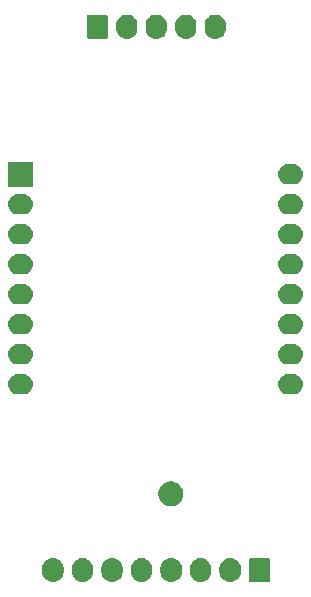
<source format=gbr>
G04 #@! TF.GenerationSoftware,KiCad,Pcbnew,(5.1.2)-2*
G04 #@! TF.CreationDate,2021-09-15T08:27:53+10:00*
G04 #@! TF.ProjectId,MHI ESP,4d484920-4553-4502-9e6b-696361645f70,rev?*
G04 #@! TF.SameCoordinates,Original*
G04 #@! TF.FileFunction,Soldermask,Bot*
G04 #@! TF.FilePolarity,Negative*
%FSLAX46Y46*%
G04 Gerber Fmt 4.6, Leading zero omitted, Abs format (unit mm)*
G04 Created by KiCad (PCBNEW (5.1.2)-2) date 2021-09-15 08:27:53*
%MOMM*%
%LPD*%
G04 APERTURE LIST*
%ADD10C,0.100000*%
G04 APERTURE END LIST*
D10*
G36*
X131426627Y-124987037D02*
G01*
X131596466Y-125038557D01*
X131752991Y-125122222D01*
X131788729Y-125151552D01*
X131890186Y-125234814D01*
X131973448Y-125336271D01*
X132002778Y-125372009D01*
X132086443Y-125528534D01*
X132137963Y-125698374D01*
X132151000Y-125830743D01*
X132151000Y-126169258D01*
X132137963Y-126301627D01*
X132086443Y-126471466D01*
X132002778Y-126627991D01*
X131973448Y-126663729D01*
X131890186Y-126765186D01*
X131752989Y-126877779D01*
X131596467Y-126961442D01*
X131596465Y-126961443D01*
X131426626Y-127012963D01*
X131250000Y-127030359D01*
X131073373Y-127012963D01*
X130903534Y-126961443D01*
X130747009Y-126877778D01*
X130704750Y-126843097D01*
X130609814Y-126765186D01*
X130497221Y-126627989D01*
X130413558Y-126471467D01*
X130413557Y-126471465D01*
X130362037Y-126301626D01*
X130349000Y-126169257D01*
X130349000Y-125830742D01*
X130362037Y-125698373D01*
X130413557Y-125528534D01*
X130497222Y-125372009D01*
X130609815Y-125234815D01*
X130747010Y-125122222D01*
X130903535Y-125038557D01*
X131073374Y-124987037D01*
X131250000Y-124969641D01*
X131426627Y-124987037D01*
X131426627Y-124987037D01*
G37*
G36*
X128926627Y-124987037D02*
G01*
X129096466Y-125038557D01*
X129252991Y-125122222D01*
X129288729Y-125151552D01*
X129390186Y-125234814D01*
X129473448Y-125336271D01*
X129502778Y-125372009D01*
X129586443Y-125528534D01*
X129637963Y-125698374D01*
X129651000Y-125830743D01*
X129651000Y-126169258D01*
X129637963Y-126301627D01*
X129586443Y-126471466D01*
X129502778Y-126627991D01*
X129473448Y-126663729D01*
X129390186Y-126765186D01*
X129252989Y-126877779D01*
X129096467Y-126961442D01*
X129096465Y-126961443D01*
X128926626Y-127012963D01*
X128750000Y-127030359D01*
X128573373Y-127012963D01*
X128403534Y-126961443D01*
X128247009Y-126877778D01*
X128204750Y-126843097D01*
X128109814Y-126765186D01*
X127997221Y-126627989D01*
X127913558Y-126471467D01*
X127913557Y-126471465D01*
X127862037Y-126301626D01*
X127849000Y-126169257D01*
X127849000Y-125830742D01*
X127862037Y-125698373D01*
X127913557Y-125528534D01*
X127997222Y-125372009D01*
X128109815Y-125234815D01*
X128247010Y-125122222D01*
X128403535Y-125038557D01*
X128573374Y-124987037D01*
X128750000Y-124969641D01*
X128926627Y-124987037D01*
X128926627Y-124987037D01*
G37*
G36*
X126426627Y-124987037D02*
G01*
X126596466Y-125038557D01*
X126752991Y-125122222D01*
X126788729Y-125151552D01*
X126890186Y-125234814D01*
X126973448Y-125336271D01*
X127002778Y-125372009D01*
X127086443Y-125528534D01*
X127137963Y-125698374D01*
X127151000Y-125830743D01*
X127151000Y-126169258D01*
X127137963Y-126301627D01*
X127086443Y-126471466D01*
X127002778Y-126627991D01*
X126973448Y-126663729D01*
X126890186Y-126765186D01*
X126752989Y-126877779D01*
X126596467Y-126961442D01*
X126596465Y-126961443D01*
X126426626Y-127012963D01*
X126250000Y-127030359D01*
X126073373Y-127012963D01*
X125903534Y-126961443D01*
X125747009Y-126877778D01*
X125704750Y-126843097D01*
X125609814Y-126765186D01*
X125497221Y-126627989D01*
X125413558Y-126471467D01*
X125413557Y-126471465D01*
X125362037Y-126301626D01*
X125349000Y-126169257D01*
X125349000Y-125830742D01*
X125362037Y-125698373D01*
X125413557Y-125528534D01*
X125497222Y-125372009D01*
X125609815Y-125234815D01*
X125747010Y-125122222D01*
X125903535Y-125038557D01*
X126073374Y-124987037D01*
X126250000Y-124969641D01*
X126426627Y-124987037D01*
X126426627Y-124987037D01*
G37*
G36*
X123926627Y-124987037D02*
G01*
X124096466Y-125038557D01*
X124252991Y-125122222D01*
X124288729Y-125151552D01*
X124390186Y-125234814D01*
X124473448Y-125336271D01*
X124502778Y-125372009D01*
X124586443Y-125528534D01*
X124637963Y-125698374D01*
X124651000Y-125830743D01*
X124651000Y-126169258D01*
X124637963Y-126301627D01*
X124586443Y-126471466D01*
X124502778Y-126627991D01*
X124473448Y-126663729D01*
X124390186Y-126765186D01*
X124252989Y-126877779D01*
X124096467Y-126961442D01*
X124096465Y-126961443D01*
X123926626Y-127012963D01*
X123750000Y-127030359D01*
X123573373Y-127012963D01*
X123403534Y-126961443D01*
X123247009Y-126877778D01*
X123204750Y-126843097D01*
X123109814Y-126765186D01*
X122997221Y-126627989D01*
X122913558Y-126471467D01*
X122913557Y-126471465D01*
X122862037Y-126301626D01*
X122849000Y-126169257D01*
X122849000Y-125830742D01*
X122862037Y-125698373D01*
X122913557Y-125528534D01*
X122997222Y-125372009D01*
X123109815Y-125234815D01*
X123247010Y-125122222D01*
X123403535Y-125038557D01*
X123573374Y-124987037D01*
X123750000Y-124969641D01*
X123926627Y-124987037D01*
X123926627Y-124987037D01*
G37*
G36*
X121426627Y-124987037D02*
G01*
X121596466Y-125038557D01*
X121752991Y-125122222D01*
X121788729Y-125151552D01*
X121890186Y-125234814D01*
X121973448Y-125336271D01*
X122002778Y-125372009D01*
X122086443Y-125528534D01*
X122137963Y-125698374D01*
X122151000Y-125830743D01*
X122151000Y-126169258D01*
X122137963Y-126301627D01*
X122086443Y-126471466D01*
X122002778Y-126627991D01*
X121973448Y-126663729D01*
X121890186Y-126765186D01*
X121752989Y-126877779D01*
X121596467Y-126961442D01*
X121596465Y-126961443D01*
X121426626Y-127012963D01*
X121250000Y-127030359D01*
X121073373Y-127012963D01*
X120903534Y-126961443D01*
X120747009Y-126877778D01*
X120704750Y-126843097D01*
X120609814Y-126765186D01*
X120497221Y-126627989D01*
X120413558Y-126471467D01*
X120413557Y-126471465D01*
X120362037Y-126301626D01*
X120349000Y-126169257D01*
X120349000Y-125830742D01*
X120362037Y-125698373D01*
X120413557Y-125528534D01*
X120497222Y-125372009D01*
X120609815Y-125234815D01*
X120747010Y-125122222D01*
X120903535Y-125038557D01*
X121073374Y-124987037D01*
X121250000Y-124969641D01*
X121426627Y-124987037D01*
X121426627Y-124987037D01*
G37*
G36*
X116426627Y-124987037D02*
G01*
X116596466Y-125038557D01*
X116752991Y-125122222D01*
X116788729Y-125151552D01*
X116890186Y-125234814D01*
X116973448Y-125336271D01*
X117002778Y-125372009D01*
X117086443Y-125528534D01*
X117137963Y-125698374D01*
X117151000Y-125830743D01*
X117151000Y-126169258D01*
X117137963Y-126301627D01*
X117086443Y-126471466D01*
X117002778Y-126627991D01*
X116973448Y-126663729D01*
X116890186Y-126765186D01*
X116752989Y-126877779D01*
X116596467Y-126961442D01*
X116596465Y-126961443D01*
X116426626Y-127012963D01*
X116250000Y-127030359D01*
X116073373Y-127012963D01*
X115903534Y-126961443D01*
X115747009Y-126877778D01*
X115704750Y-126843097D01*
X115609814Y-126765186D01*
X115497221Y-126627989D01*
X115413558Y-126471467D01*
X115413557Y-126471465D01*
X115362037Y-126301626D01*
X115349000Y-126169257D01*
X115349000Y-125830742D01*
X115362037Y-125698373D01*
X115413557Y-125528534D01*
X115497222Y-125372009D01*
X115609815Y-125234815D01*
X115747010Y-125122222D01*
X115903535Y-125038557D01*
X116073374Y-124987037D01*
X116250000Y-124969641D01*
X116426627Y-124987037D01*
X116426627Y-124987037D01*
G37*
G36*
X118926627Y-124987037D02*
G01*
X119096466Y-125038557D01*
X119252991Y-125122222D01*
X119288729Y-125151552D01*
X119390186Y-125234814D01*
X119473448Y-125336271D01*
X119502778Y-125372009D01*
X119586443Y-125528534D01*
X119637963Y-125698374D01*
X119651000Y-125830743D01*
X119651000Y-126169258D01*
X119637963Y-126301627D01*
X119586443Y-126471466D01*
X119502778Y-126627991D01*
X119473448Y-126663729D01*
X119390186Y-126765186D01*
X119252989Y-126877779D01*
X119096467Y-126961442D01*
X119096465Y-126961443D01*
X118926626Y-127012963D01*
X118750000Y-127030359D01*
X118573373Y-127012963D01*
X118403534Y-126961443D01*
X118247009Y-126877778D01*
X118204750Y-126843097D01*
X118109814Y-126765186D01*
X117997221Y-126627989D01*
X117913558Y-126471467D01*
X117913557Y-126471465D01*
X117862037Y-126301626D01*
X117849000Y-126169257D01*
X117849000Y-125830742D01*
X117862037Y-125698373D01*
X117913557Y-125528534D01*
X117997222Y-125372009D01*
X118109815Y-125234815D01*
X118247010Y-125122222D01*
X118403535Y-125038557D01*
X118573374Y-124987037D01*
X118750000Y-124969641D01*
X118926627Y-124987037D01*
X118926627Y-124987037D01*
G37*
G36*
X134508600Y-124977989D02*
G01*
X134541652Y-124988015D01*
X134572103Y-125004292D01*
X134598799Y-125026201D01*
X134620708Y-125052897D01*
X134636985Y-125083348D01*
X134647011Y-125116400D01*
X134651000Y-125156903D01*
X134651000Y-126843097D01*
X134647011Y-126883600D01*
X134636985Y-126916652D01*
X134620708Y-126947103D01*
X134598799Y-126973799D01*
X134572103Y-126995708D01*
X134541652Y-127011985D01*
X134508600Y-127022011D01*
X134468097Y-127026000D01*
X133031903Y-127026000D01*
X132991400Y-127022011D01*
X132958348Y-127011985D01*
X132927897Y-126995708D01*
X132901201Y-126973799D01*
X132879292Y-126947103D01*
X132863015Y-126916652D01*
X132852989Y-126883600D01*
X132849000Y-126843097D01*
X132849000Y-125156903D01*
X132852989Y-125116400D01*
X132863015Y-125083348D01*
X132879292Y-125052897D01*
X132901201Y-125026201D01*
X132927897Y-125004292D01*
X132958348Y-124988015D01*
X132991400Y-124977989D01*
X133031903Y-124974000D01*
X134468097Y-124974000D01*
X134508600Y-124977989D01*
X134508600Y-124977989D01*
G37*
G36*
X126536564Y-118539389D02*
G01*
X126727833Y-118618615D01*
X126727835Y-118618616D01*
X126899973Y-118733635D01*
X127046365Y-118880027D01*
X127161385Y-119052167D01*
X127240611Y-119243436D01*
X127281000Y-119446484D01*
X127281000Y-119653516D01*
X127240611Y-119856564D01*
X127161385Y-120047833D01*
X127161384Y-120047835D01*
X127046365Y-120219973D01*
X126899973Y-120366365D01*
X126727835Y-120481384D01*
X126727834Y-120481385D01*
X126727833Y-120481385D01*
X126536564Y-120560611D01*
X126333516Y-120601000D01*
X126126484Y-120601000D01*
X125923436Y-120560611D01*
X125732167Y-120481385D01*
X125732166Y-120481385D01*
X125732165Y-120481384D01*
X125560027Y-120366365D01*
X125413635Y-120219973D01*
X125298616Y-120047835D01*
X125298615Y-120047833D01*
X125219389Y-119856564D01*
X125179000Y-119653516D01*
X125179000Y-119446484D01*
X125219389Y-119243436D01*
X125298615Y-119052167D01*
X125413635Y-118880027D01*
X125560027Y-118733635D01*
X125732165Y-118618616D01*
X125732167Y-118618615D01*
X125923436Y-118539389D01*
X126126484Y-118499000D01*
X126333516Y-118499000D01*
X126536564Y-118539389D01*
X126536564Y-118539389D01*
G37*
G36*
X136726823Y-109441313D02*
G01*
X136887242Y-109489976D01*
X137019906Y-109560886D01*
X137035078Y-109568996D01*
X137164659Y-109675341D01*
X137271004Y-109804922D01*
X137271005Y-109804924D01*
X137350024Y-109952758D01*
X137398687Y-110113177D01*
X137415117Y-110280000D01*
X137398687Y-110446823D01*
X137350024Y-110607242D01*
X137279114Y-110739906D01*
X137271004Y-110755078D01*
X137164659Y-110884659D01*
X137035078Y-110991004D01*
X137035076Y-110991005D01*
X136887242Y-111070024D01*
X136726823Y-111118687D01*
X136601804Y-111131000D01*
X136118196Y-111131000D01*
X135993177Y-111118687D01*
X135832758Y-111070024D01*
X135684924Y-110991005D01*
X135684922Y-110991004D01*
X135555341Y-110884659D01*
X135448996Y-110755078D01*
X135440886Y-110739906D01*
X135369976Y-110607242D01*
X135321313Y-110446823D01*
X135304883Y-110280000D01*
X135321313Y-110113177D01*
X135369976Y-109952758D01*
X135448995Y-109804924D01*
X135448996Y-109804922D01*
X135555341Y-109675341D01*
X135684922Y-109568996D01*
X135700094Y-109560886D01*
X135832758Y-109489976D01*
X135993177Y-109441313D01*
X136118196Y-109429000D01*
X136601804Y-109429000D01*
X136726823Y-109441313D01*
X136726823Y-109441313D01*
G37*
G36*
X113866823Y-109441313D02*
G01*
X114027242Y-109489976D01*
X114159906Y-109560886D01*
X114175078Y-109568996D01*
X114304659Y-109675341D01*
X114411004Y-109804922D01*
X114411005Y-109804924D01*
X114490024Y-109952758D01*
X114538687Y-110113177D01*
X114555117Y-110280000D01*
X114538687Y-110446823D01*
X114490024Y-110607242D01*
X114419114Y-110739906D01*
X114411004Y-110755078D01*
X114304659Y-110884659D01*
X114175078Y-110991004D01*
X114175076Y-110991005D01*
X114027242Y-111070024D01*
X113866823Y-111118687D01*
X113741804Y-111131000D01*
X113258196Y-111131000D01*
X113133177Y-111118687D01*
X112972758Y-111070024D01*
X112824924Y-110991005D01*
X112824922Y-110991004D01*
X112695341Y-110884659D01*
X112588996Y-110755078D01*
X112580886Y-110739906D01*
X112509976Y-110607242D01*
X112461313Y-110446823D01*
X112444883Y-110280000D01*
X112461313Y-110113177D01*
X112509976Y-109952758D01*
X112588995Y-109804924D01*
X112588996Y-109804922D01*
X112695341Y-109675341D01*
X112824922Y-109568996D01*
X112840094Y-109560886D01*
X112972758Y-109489976D01*
X113133177Y-109441313D01*
X113258196Y-109429000D01*
X113741804Y-109429000D01*
X113866823Y-109441313D01*
X113866823Y-109441313D01*
G37*
G36*
X136726823Y-106901313D02*
G01*
X136887242Y-106949976D01*
X137019906Y-107020886D01*
X137035078Y-107028996D01*
X137164659Y-107135341D01*
X137271004Y-107264922D01*
X137271005Y-107264924D01*
X137350024Y-107412758D01*
X137398687Y-107573177D01*
X137415117Y-107740000D01*
X137398687Y-107906823D01*
X137350024Y-108067242D01*
X137279114Y-108199906D01*
X137271004Y-108215078D01*
X137164659Y-108344659D01*
X137035078Y-108451004D01*
X137035076Y-108451005D01*
X136887242Y-108530024D01*
X136726823Y-108578687D01*
X136601804Y-108591000D01*
X136118196Y-108591000D01*
X135993177Y-108578687D01*
X135832758Y-108530024D01*
X135684924Y-108451005D01*
X135684922Y-108451004D01*
X135555341Y-108344659D01*
X135448996Y-108215078D01*
X135440886Y-108199906D01*
X135369976Y-108067242D01*
X135321313Y-107906823D01*
X135304883Y-107740000D01*
X135321313Y-107573177D01*
X135369976Y-107412758D01*
X135448995Y-107264924D01*
X135448996Y-107264922D01*
X135555341Y-107135341D01*
X135684922Y-107028996D01*
X135700094Y-107020886D01*
X135832758Y-106949976D01*
X135993177Y-106901313D01*
X136118196Y-106889000D01*
X136601804Y-106889000D01*
X136726823Y-106901313D01*
X136726823Y-106901313D01*
G37*
G36*
X113866823Y-106901313D02*
G01*
X114027242Y-106949976D01*
X114159906Y-107020886D01*
X114175078Y-107028996D01*
X114304659Y-107135341D01*
X114411004Y-107264922D01*
X114411005Y-107264924D01*
X114490024Y-107412758D01*
X114538687Y-107573177D01*
X114555117Y-107740000D01*
X114538687Y-107906823D01*
X114490024Y-108067242D01*
X114419114Y-108199906D01*
X114411004Y-108215078D01*
X114304659Y-108344659D01*
X114175078Y-108451004D01*
X114175076Y-108451005D01*
X114027242Y-108530024D01*
X113866823Y-108578687D01*
X113741804Y-108591000D01*
X113258196Y-108591000D01*
X113133177Y-108578687D01*
X112972758Y-108530024D01*
X112824924Y-108451005D01*
X112824922Y-108451004D01*
X112695341Y-108344659D01*
X112588996Y-108215078D01*
X112580886Y-108199906D01*
X112509976Y-108067242D01*
X112461313Y-107906823D01*
X112444883Y-107740000D01*
X112461313Y-107573177D01*
X112509976Y-107412758D01*
X112588995Y-107264924D01*
X112588996Y-107264922D01*
X112695341Y-107135341D01*
X112824922Y-107028996D01*
X112840094Y-107020886D01*
X112972758Y-106949976D01*
X113133177Y-106901313D01*
X113258196Y-106889000D01*
X113741804Y-106889000D01*
X113866823Y-106901313D01*
X113866823Y-106901313D01*
G37*
G36*
X136726823Y-104361313D02*
G01*
X136887242Y-104409976D01*
X137019906Y-104480886D01*
X137035078Y-104488996D01*
X137164659Y-104595341D01*
X137271004Y-104724922D01*
X137271005Y-104724924D01*
X137350024Y-104872758D01*
X137398687Y-105033177D01*
X137415117Y-105200000D01*
X137398687Y-105366823D01*
X137350024Y-105527242D01*
X137279114Y-105659906D01*
X137271004Y-105675078D01*
X137164659Y-105804659D01*
X137035078Y-105911004D01*
X137035076Y-105911005D01*
X136887242Y-105990024D01*
X136726823Y-106038687D01*
X136601804Y-106051000D01*
X136118196Y-106051000D01*
X135993177Y-106038687D01*
X135832758Y-105990024D01*
X135684924Y-105911005D01*
X135684922Y-105911004D01*
X135555341Y-105804659D01*
X135448996Y-105675078D01*
X135440886Y-105659906D01*
X135369976Y-105527242D01*
X135321313Y-105366823D01*
X135304883Y-105200000D01*
X135321313Y-105033177D01*
X135369976Y-104872758D01*
X135448995Y-104724924D01*
X135448996Y-104724922D01*
X135555341Y-104595341D01*
X135684922Y-104488996D01*
X135700094Y-104480886D01*
X135832758Y-104409976D01*
X135993177Y-104361313D01*
X136118196Y-104349000D01*
X136601804Y-104349000D01*
X136726823Y-104361313D01*
X136726823Y-104361313D01*
G37*
G36*
X113866823Y-104361313D02*
G01*
X114027242Y-104409976D01*
X114159906Y-104480886D01*
X114175078Y-104488996D01*
X114304659Y-104595341D01*
X114411004Y-104724922D01*
X114411005Y-104724924D01*
X114490024Y-104872758D01*
X114538687Y-105033177D01*
X114555117Y-105200000D01*
X114538687Y-105366823D01*
X114490024Y-105527242D01*
X114419114Y-105659906D01*
X114411004Y-105675078D01*
X114304659Y-105804659D01*
X114175078Y-105911004D01*
X114175076Y-105911005D01*
X114027242Y-105990024D01*
X113866823Y-106038687D01*
X113741804Y-106051000D01*
X113258196Y-106051000D01*
X113133177Y-106038687D01*
X112972758Y-105990024D01*
X112824924Y-105911005D01*
X112824922Y-105911004D01*
X112695341Y-105804659D01*
X112588996Y-105675078D01*
X112580886Y-105659906D01*
X112509976Y-105527242D01*
X112461313Y-105366823D01*
X112444883Y-105200000D01*
X112461313Y-105033177D01*
X112509976Y-104872758D01*
X112588995Y-104724924D01*
X112588996Y-104724922D01*
X112695341Y-104595341D01*
X112824922Y-104488996D01*
X112840094Y-104480886D01*
X112972758Y-104409976D01*
X113133177Y-104361313D01*
X113258196Y-104349000D01*
X113741804Y-104349000D01*
X113866823Y-104361313D01*
X113866823Y-104361313D01*
G37*
G36*
X113866823Y-101821313D02*
G01*
X114027242Y-101869976D01*
X114159906Y-101940886D01*
X114175078Y-101948996D01*
X114304659Y-102055341D01*
X114411004Y-102184922D01*
X114411005Y-102184924D01*
X114490024Y-102332758D01*
X114538687Y-102493177D01*
X114555117Y-102660000D01*
X114538687Y-102826823D01*
X114490024Y-102987242D01*
X114419114Y-103119906D01*
X114411004Y-103135078D01*
X114304659Y-103264659D01*
X114175078Y-103371004D01*
X114175076Y-103371005D01*
X114027242Y-103450024D01*
X113866823Y-103498687D01*
X113741804Y-103511000D01*
X113258196Y-103511000D01*
X113133177Y-103498687D01*
X112972758Y-103450024D01*
X112824924Y-103371005D01*
X112824922Y-103371004D01*
X112695341Y-103264659D01*
X112588996Y-103135078D01*
X112580886Y-103119906D01*
X112509976Y-102987242D01*
X112461313Y-102826823D01*
X112444883Y-102660000D01*
X112461313Y-102493177D01*
X112509976Y-102332758D01*
X112588995Y-102184924D01*
X112588996Y-102184922D01*
X112695341Y-102055341D01*
X112824922Y-101948996D01*
X112840094Y-101940886D01*
X112972758Y-101869976D01*
X113133177Y-101821313D01*
X113258196Y-101809000D01*
X113741804Y-101809000D01*
X113866823Y-101821313D01*
X113866823Y-101821313D01*
G37*
G36*
X136726823Y-101821313D02*
G01*
X136887242Y-101869976D01*
X137019906Y-101940886D01*
X137035078Y-101948996D01*
X137164659Y-102055341D01*
X137271004Y-102184922D01*
X137271005Y-102184924D01*
X137350024Y-102332758D01*
X137398687Y-102493177D01*
X137415117Y-102660000D01*
X137398687Y-102826823D01*
X137350024Y-102987242D01*
X137279114Y-103119906D01*
X137271004Y-103135078D01*
X137164659Y-103264659D01*
X137035078Y-103371004D01*
X137035076Y-103371005D01*
X136887242Y-103450024D01*
X136726823Y-103498687D01*
X136601804Y-103511000D01*
X136118196Y-103511000D01*
X135993177Y-103498687D01*
X135832758Y-103450024D01*
X135684924Y-103371005D01*
X135684922Y-103371004D01*
X135555341Y-103264659D01*
X135448996Y-103135078D01*
X135440886Y-103119906D01*
X135369976Y-102987242D01*
X135321313Y-102826823D01*
X135304883Y-102660000D01*
X135321313Y-102493177D01*
X135369976Y-102332758D01*
X135448995Y-102184924D01*
X135448996Y-102184922D01*
X135555341Y-102055341D01*
X135684922Y-101948996D01*
X135700094Y-101940886D01*
X135832758Y-101869976D01*
X135993177Y-101821313D01*
X136118196Y-101809000D01*
X136601804Y-101809000D01*
X136726823Y-101821313D01*
X136726823Y-101821313D01*
G37*
G36*
X113866823Y-99281313D02*
G01*
X114027242Y-99329976D01*
X114159906Y-99400886D01*
X114175078Y-99408996D01*
X114304659Y-99515341D01*
X114411004Y-99644922D01*
X114411005Y-99644924D01*
X114490024Y-99792758D01*
X114538687Y-99953177D01*
X114555117Y-100120000D01*
X114538687Y-100286823D01*
X114490024Y-100447242D01*
X114419114Y-100579906D01*
X114411004Y-100595078D01*
X114304659Y-100724659D01*
X114175078Y-100831004D01*
X114175076Y-100831005D01*
X114027242Y-100910024D01*
X113866823Y-100958687D01*
X113741804Y-100971000D01*
X113258196Y-100971000D01*
X113133177Y-100958687D01*
X112972758Y-100910024D01*
X112824924Y-100831005D01*
X112824922Y-100831004D01*
X112695341Y-100724659D01*
X112588996Y-100595078D01*
X112580886Y-100579906D01*
X112509976Y-100447242D01*
X112461313Y-100286823D01*
X112444883Y-100120000D01*
X112461313Y-99953177D01*
X112509976Y-99792758D01*
X112588995Y-99644924D01*
X112588996Y-99644922D01*
X112695341Y-99515341D01*
X112824922Y-99408996D01*
X112840094Y-99400886D01*
X112972758Y-99329976D01*
X113133177Y-99281313D01*
X113258196Y-99269000D01*
X113741804Y-99269000D01*
X113866823Y-99281313D01*
X113866823Y-99281313D01*
G37*
G36*
X136726823Y-99281313D02*
G01*
X136887242Y-99329976D01*
X137019906Y-99400886D01*
X137035078Y-99408996D01*
X137164659Y-99515341D01*
X137271004Y-99644922D01*
X137271005Y-99644924D01*
X137350024Y-99792758D01*
X137398687Y-99953177D01*
X137415117Y-100120000D01*
X137398687Y-100286823D01*
X137350024Y-100447242D01*
X137279114Y-100579906D01*
X137271004Y-100595078D01*
X137164659Y-100724659D01*
X137035078Y-100831004D01*
X137035076Y-100831005D01*
X136887242Y-100910024D01*
X136726823Y-100958687D01*
X136601804Y-100971000D01*
X136118196Y-100971000D01*
X135993177Y-100958687D01*
X135832758Y-100910024D01*
X135684924Y-100831005D01*
X135684922Y-100831004D01*
X135555341Y-100724659D01*
X135448996Y-100595078D01*
X135440886Y-100579906D01*
X135369976Y-100447242D01*
X135321313Y-100286823D01*
X135304883Y-100120000D01*
X135321313Y-99953177D01*
X135369976Y-99792758D01*
X135448995Y-99644924D01*
X135448996Y-99644922D01*
X135555341Y-99515341D01*
X135684922Y-99408996D01*
X135700094Y-99400886D01*
X135832758Y-99329976D01*
X135993177Y-99281313D01*
X136118196Y-99269000D01*
X136601804Y-99269000D01*
X136726823Y-99281313D01*
X136726823Y-99281313D01*
G37*
G36*
X113866823Y-96741313D02*
G01*
X114027242Y-96789976D01*
X114159906Y-96860886D01*
X114175078Y-96868996D01*
X114304659Y-96975341D01*
X114411004Y-97104922D01*
X114411005Y-97104924D01*
X114490024Y-97252758D01*
X114538687Y-97413177D01*
X114555117Y-97580000D01*
X114538687Y-97746823D01*
X114490024Y-97907242D01*
X114419114Y-98039906D01*
X114411004Y-98055078D01*
X114304659Y-98184659D01*
X114175078Y-98291004D01*
X114175076Y-98291005D01*
X114027242Y-98370024D01*
X113866823Y-98418687D01*
X113741804Y-98431000D01*
X113258196Y-98431000D01*
X113133177Y-98418687D01*
X112972758Y-98370024D01*
X112824924Y-98291005D01*
X112824922Y-98291004D01*
X112695341Y-98184659D01*
X112588996Y-98055078D01*
X112580886Y-98039906D01*
X112509976Y-97907242D01*
X112461313Y-97746823D01*
X112444883Y-97580000D01*
X112461313Y-97413177D01*
X112509976Y-97252758D01*
X112588995Y-97104924D01*
X112588996Y-97104922D01*
X112695341Y-96975341D01*
X112824922Y-96868996D01*
X112840094Y-96860886D01*
X112972758Y-96789976D01*
X113133177Y-96741313D01*
X113258196Y-96729000D01*
X113741804Y-96729000D01*
X113866823Y-96741313D01*
X113866823Y-96741313D01*
G37*
G36*
X136726823Y-96741313D02*
G01*
X136887242Y-96789976D01*
X137019906Y-96860886D01*
X137035078Y-96868996D01*
X137164659Y-96975341D01*
X137271004Y-97104922D01*
X137271005Y-97104924D01*
X137350024Y-97252758D01*
X137398687Y-97413177D01*
X137415117Y-97580000D01*
X137398687Y-97746823D01*
X137350024Y-97907242D01*
X137279114Y-98039906D01*
X137271004Y-98055078D01*
X137164659Y-98184659D01*
X137035078Y-98291004D01*
X137035076Y-98291005D01*
X136887242Y-98370024D01*
X136726823Y-98418687D01*
X136601804Y-98431000D01*
X136118196Y-98431000D01*
X135993177Y-98418687D01*
X135832758Y-98370024D01*
X135684924Y-98291005D01*
X135684922Y-98291004D01*
X135555341Y-98184659D01*
X135448996Y-98055078D01*
X135440886Y-98039906D01*
X135369976Y-97907242D01*
X135321313Y-97746823D01*
X135304883Y-97580000D01*
X135321313Y-97413177D01*
X135369976Y-97252758D01*
X135448995Y-97104924D01*
X135448996Y-97104922D01*
X135555341Y-96975341D01*
X135684922Y-96868996D01*
X135700094Y-96860886D01*
X135832758Y-96789976D01*
X135993177Y-96741313D01*
X136118196Y-96729000D01*
X136601804Y-96729000D01*
X136726823Y-96741313D01*
X136726823Y-96741313D01*
G37*
G36*
X113866823Y-94201313D02*
G01*
X114027242Y-94249976D01*
X114159906Y-94320886D01*
X114175078Y-94328996D01*
X114304659Y-94435341D01*
X114411004Y-94564922D01*
X114411005Y-94564924D01*
X114490024Y-94712758D01*
X114538687Y-94873177D01*
X114555117Y-95040000D01*
X114538687Y-95206823D01*
X114490024Y-95367242D01*
X114419114Y-95499906D01*
X114411004Y-95515078D01*
X114304659Y-95644659D01*
X114175078Y-95751004D01*
X114175076Y-95751005D01*
X114027242Y-95830024D01*
X113866823Y-95878687D01*
X113741804Y-95891000D01*
X113258196Y-95891000D01*
X113133177Y-95878687D01*
X112972758Y-95830024D01*
X112824924Y-95751005D01*
X112824922Y-95751004D01*
X112695341Y-95644659D01*
X112588996Y-95515078D01*
X112580886Y-95499906D01*
X112509976Y-95367242D01*
X112461313Y-95206823D01*
X112444883Y-95040000D01*
X112461313Y-94873177D01*
X112509976Y-94712758D01*
X112588995Y-94564924D01*
X112588996Y-94564922D01*
X112695341Y-94435341D01*
X112824922Y-94328996D01*
X112840094Y-94320886D01*
X112972758Y-94249976D01*
X113133177Y-94201313D01*
X113258196Y-94189000D01*
X113741804Y-94189000D01*
X113866823Y-94201313D01*
X113866823Y-94201313D01*
G37*
G36*
X136726823Y-94201313D02*
G01*
X136887242Y-94249976D01*
X137019906Y-94320886D01*
X137035078Y-94328996D01*
X137164659Y-94435341D01*
X137271004Y-94564922D01*
X137271005Y-94564924D01*
X137350024Y-94712758D01*
X137398687Y-94873177D01*
X137415117Y-95040000D01*
X137398687Y-95206823D01*
X137350024Y-95367242D01*
X137279114Y-95499906D01*
X137271004Y-95515078D01*
X137164659Y-95644659D01*
X137035078Y-95751004D01*
X137035076Y-95751005D01*
X136887242Y-95830024D01*
X136726823Y-95878687D01*
X136601804Y-95891000D01*
X136118196Y-95891000D01*
X135993177Y-95878687D01*
X135832758Y-95830024D01*
X135684924Y-95751005D01*
X135684922Y-95751004D01*
X135555341Y-95644659D01*
X135448996Y-95515078D01*
X135440886Y-95499906D01*
X135369976Y-95367242D01*
X135321313Y-95206823D01*
X135304883Y-95040000D01*
X135321313Y-94873177D01*
X135369976Y-94712758D01*
X135448995Y-94564924D01*
X135448996Y-94564922D01*
X135555341Y-94435341D01*
X135684922Y-94328996D01*
X135700094Y-94320886D01*
X135832758Y-94249976D01*
X135993177Y-94201313D01*
X136118196Y-94189000D01*
X136601804Y-94189000D01*
X136726823Y-94201313D01*
X136726823Y-94201313D01*
G37*
G36*
X114551000Y-93551000D02*
G01*
X112449000Y-93551000D01*
X112449000Y-91449000D01*
X114551000Y-91449000D01*
X114551000Y-93551000D01*
X114551000Y-93551000D01*
G37*
G36*
X136726823Y-91661313D02*
G01*
X136887242Y-91709976D01*
X137019906Y-91780886D01*
X137035078Y-91788996D01*
X137164659Y-91895341D01*
X137271004Y-92024922D01*
X137271005Y-92024924D01*
X137350024Y-92172758D01*
X137398687Y-92333177D01*
X137415117Y-92500000D01*
X137398687Y-92666823D01*
X137350024Y-92827242D01*
X137279114Y-92959906D01*
X137271004Y-92975078D01*
X137164659Y-93104659D01*
X137035078Y-93211004D01*
X137035076Y-93211005D01*
X136887242Y-93290024D01*
X136726823Y-93338687D01*
X136601804Y-93351000D01*
X136118196Y-93351000D01*
X135993177Y-93338687D01*
X135832758Y-93290024D01*
X135684924Y-93211005D01*
X135684922Y-93211004D01*
X135555341Y-93104659D01*
X135448996Y-92975078D01*
X135440886Y-92959906D01*
X135369976Y-92827242D01*
X135321313Y-92666823D01*
X135304883Y-92500000D01*
X135321313Y-92333177D01*
X135369976Y-92172758D01*
X135448995Y-92024924D01*
X135448996Y-92024922D01*
X135555341Y-91895341D01*
X135684922Y-91788996D01*
X135700094Y-91780886D01*
X135832758Y-91709976D01*
X135993177Y-91661313D01*
X136118196Y-91649000D01*
X136601804Y-91649000D01*
X136726823Y-91661313D01*
X136726823Y-91661313D01*
G37*
G36*
X130176626Y-78987037D02*
G01*
X130346465Y-79038557D01*
X130346467Y-79038558D01*
X130502989Y-79122221D01*
X130640186Y-79234814D01*
X130723448Y-79336271D01*
X130752778Y-79372009D01*
X130836443Y-79528534D01*
X130887963Y-79698373D01*
X130901000Y-79830742D01*
X130901000Y-80169257D01*
X130887963Y-80301626D01*
X130836443Y-80471466D01*
X130752778Y-80627991D01*
X130723448Y-80663729D01*
X130640186Y-80765186D01*
X130545250Y-80843097D01*
X130502991Y-80877778D01*
X130346466Y-80961443D01*
X130176627Y-81012963D01*
X130000000Y-81030359D01*
X129823374Y-81012963D01*
X129653535Y-80961443D01*
X129497010Y-80877778D01*
X129359815Y-80765185D01*
X129247222Y-80627991D01*
X129163557Y-80471466D01*
X129112037Y-80301627D01*
X129099000Y-80169258D01*
X129099000Y-79830743D01*
X129112037Y-79698374D01*
X129163557Y-79528535D01*
X129247222Y-79372010D01*
X129247223Y-79372009D01*
X129359814Y-79234814D01*
X129461271Y-79151552D01*
X129497009Y-79122222D01*
X129653534Y-79038557D01*
X129823373Y-78987037D01*
X130000000Y-78969641D01*
X130176626Y-78987037D01*
X130176626Y-78987037D01*
G37*
G36*
X127676626Y-78987037D02*
G01*
X127846465Y-79038557D01*
X127846467Y-79038558D01*
X128002989Y-79122221D01*
X128140186Y-79234814D01*
X128223448Y-79336271D01*
X128252778Y-79372009D01*
X128336443Y-79528534D01*
X128387963Y-79698373D01*
X128401000Y-79830742D01*
X128401000Y-80169257D01*
X128387963Y-80301626D01*
X128336443Y-80471466D01*
X128252778Y-80627991D01*
X128223448Y-80663729D01*
X128140186Y-80765186D01*
X128045250Y-80843097D01*
X128002991Y-80877778D01*
X127846466Y-80961443D01*
X127676627Y-81012963D01*
X127500000Y-81030359D01*
X127323374Y-81012963D01*
X127153535Y-80961443D01*
X126997010Y-80877778D01*
X126859815Y-80765185D01*
X126747222Y-80627991D01*
X126663557Y-80471466D01*
X126612037Y-80301627D01*
X126599000Y-80169258D01*
X126599000Y-79830743D01*
X126612037Y-79698374D01*
X126663557Y-79528535D01*
X126747222Y-79372010D01*
X126747223Y-79372009D01*
X126859814Y-79234814D01*
X126961271Y-79151552D01*
X126997009Y-79122222D01*
X127153534Y-79038557D01*
X127323373Y-78987037D01*
X127500000Y-78969641D01*
X127676626Y-78987037D01*
X127676626Y-78987037D01*
G37*
G36*
X125176626Y-78987037D02*
G01*
X125346465Y-79038557D01*
X125346467Y-79038558D01*
X125502989Y-79122221D01*
X125640186Y-79234814D01*
X125723448Y-79336271D01*
X125752778Y-79372009D01*
X125836443Y-79528534D01*
X125887963Y-79698373D01*
X125901000Y-79830742D01*
X125901000Y-80169257D01*
X125887963Y-80301626D01*
X125836443Y-80471466D01*
X125752778Y-80627991D01*
X125723448Y-80663729D01*
X125640186Y-80765186D01*
X125545250Y-80843097D01*
X125502991Y-80877778D01*
X125346466Y-80961443D01*
X125176627Y-81012963D01*
X125000000Y-81030359D01*
X124823374Y-81012963D01*
X124653535Y-80961443D01*
X124497010Y-80877778D01*
X124359815Y-80765185D01*
X124247222Y-80627991D01*
X124163557Y-80471466D01*
X124112037Y-80301627D01*
X124099000Y-80169258D01*
X124099000Y-79830743D01*
X124112037Y-79698374D01*
X124163557Y-79528535D01*
X124247222Y-79372010D01*
X124247223Y-79372009D01*
X124359814Y-79234814D01*
X124461271Y-79151552D01*
X124497009Y-79122222D01*
X124653534Y-79038557D01*
X124823373Y-78987037D01*
X125000000Y-78969641D01*
X125176626Y-78987037D01*
X125176626Y-78987037D01*
G37*
G36*
X122676626Y-78987037D02*
G01*
X122846465Y-79038557D01*
X122846467Y-79038558D01*
X123002989Y-79122221D01*
X123140186Y-79234814D01*
X123223448Y-79336271D01*
X123252778Y-79372009D01*
X123336443Y-79528534D01*
X123387963Y-79698373D01*
X123401000Y-79830742D01*
X123401000Y-80169257D01*
X123387963Y-80301626D01*
X123336443Y-80471466D01*
X123252778Y-80627991D01*
X123223448Y-80663729D01*
X123140186Y-80765186D01*
X123045250Y-80843097D01*
X123002991Y-80877778D01*
X122846466Y-80961443D01*
X122676627Y-81012963D01*
X122500000Y-81030359D01*
X122323374Y-81012963D01*
X122153535Y-80961443D01*
X121997010Y-80877778D01*
X121859815Y-80765185D01*
X121747222Y-80627991D01*
X121663557Y-80471466D01*
X121612037Y-80301627D01*
X121599000Y-80169258D01*
X121599000Y-79830743D01*
X121612037Y-79698374D01*
X121663557Y-79528535D01*
X121747222Y-79372010D01*
X121747223Y-79372009D01*
X121859814Y-79234814D01*
X121961271Y-79151552D01*
X121997009Y-79122222D01*
X122153534Y-79038557D01*
X122323373Y-78987037D01*
X122500000Y-78969641D01*
X122676626Y-78987037D01*
X122676626Y-78987037D01*
G37*
G36*
X120758600Y-78977989D02*
G01*
X120791652Y-78988015D01*
X120822103Y-79004292D01*
X120848799Y-79026201D01*
X120870708Y-79052897D01*
X120886985Y-79083348D01*
X120897011Y-79116400D01*
X120901000Y-79156903D01*
X120901000Y-80843097D01*
X120897011Y-80883600D01*
X120886985Y-80916652D01*
X120870708Y-80947103D01*
X120848799Y-80973799D01*
X120822103Y-80995708D01*
X120791652Y-81011985D01*
X120758600Y-81022011D01*
X120718097Y-81026000D01*
X119281903Y-81026000D01*
X119241400Y-81022011D01*
X119208348Y-81011985D01*
X119177897Y-80995708D01*
X119151201Y-80973799D01*
X119129292Y-80947103D01*
X119113015Y-80916652D01*
X119102989Y-80883600D01*
X119099000Y-80843097D01*
X119099000Y-79156903D01*
X119102989Y-79116400D01*
X119113015Y-79083348D01*
X119129292Y-79052897D01*
X119151201Y-79026201D01*
X119177897Y-79004292D01*
X119208348Y-78988015D01*
X119241400Y-78977989D01*
X119281903Y-78974000D01*
X120718097Y-78974000D01*
X120758600Y-78977989D01*
X120758600Y-78977989D01*
G37*
M02*

</source>
